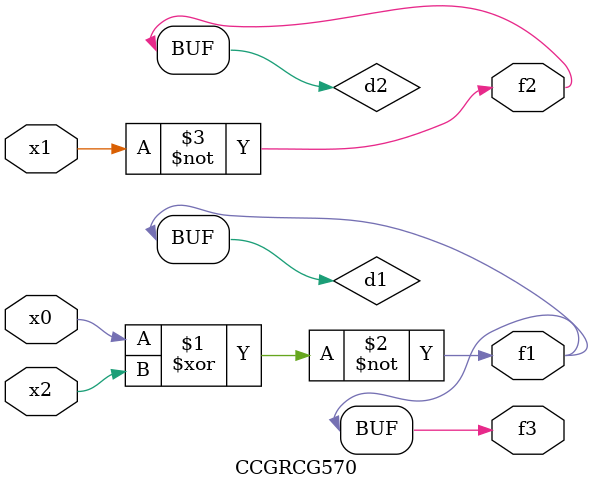
<source format=v>
module CCGRCG570(
	input x0, x1, x2,
	output f1, f2, f3
);

	wire d1, d2, d3;

	xnor (d1, x0, x2);
	nand (d2, x1);
	nor (d3, x1, x2);
	assign f1 = d1;
	assign f2 = d2;
	assign f3 = d1;
endmodule

</source>
